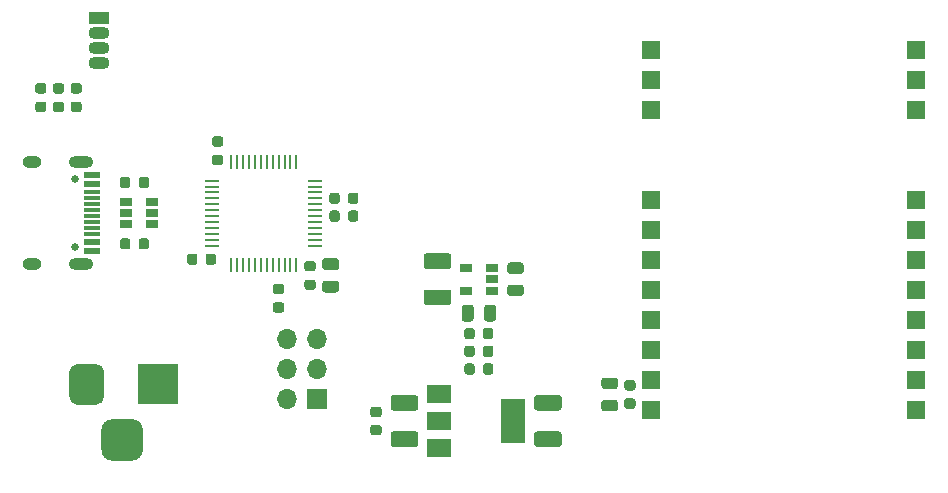
<source format=gbr>
G04 #@! TF.GenerationSoftware,KiCad,Pcbnew,5.1.8-db9833491~87~ubuntu20.04.1*
G04 #@! TF.CreationDate,2020-11-25T01:05:05+01:00*
G04 #@! TF.ProjectId,otto,6f74746f-2e6b-4696-9361-645f70636258,v1.0*
G04 #@! TF.SameCoordinates,Original*
G04 #@! TF.FileFunction,Soldermask,Top*
G04 #@! TF.FilePolarity,Negative*
%FSLAX46Y46*%
G04 Gerber Fmt 4.6, Leading zero omitted, Abs format (unit mm)*
G04 Created by KiCad (PCBNEW 5.1.8-db9833491~87~ubuntu20.04.1) date 2020-11-25 01:05:05*
%MOMM*%
%LPD*%
G01*
G04 APERTURE LIST*
%ADD10R,1.300000X0.250000*%
%ADD11R,0.250000X1.300000*%
%ADD12O,1.800000X1.070000*%
%ADD13R,1.800000X1.070000*%
%ADD14R,1.700000X1.700000*%
%ADD15O,1.700000X1.700000*%
%ADD16R,3.500000X3.500000*%
%ADD17R,2.000000X3.800000*%
%ADD18R,2.000000X1.500000*%
%ADD19O,1.600000X1.000000*%
%ADD20C,0.650000*%
%ADD21O,2.100000X1.000000*%
%ADD22R,1.450000X0.300000*%
%ADD23R,1.450000X0.600000*%
%ADD24R,1.060000X0.650000*%
%ADD25R,1.500000X1.500000*%
G04 APERTURE END LIST*
G36*
G01*
X171740000Y-129175000D02*
X172240000Y-129175000D01*
G75*
G02*
X172465000Y-129400000I0J-225000D01*
G01*
X172465000Y-129850000D01*
G75*
G02*
X172240000Y-130075000I-225000J0D01*
G01*
X171740000Y-130075000D01*
G75*
G02*
X171515000Y-129850000I0J225000D01*
G01*
X171515000Y-129400000D01*
G75*
G02*
X171740000Y-129175000I225000J0D01*
G01*
G37*
G36*
G01*
X171740000Y-127625000D02*
X172240000Y-127625000D01*
G75*
G02*
X172465000Y-127850000I0J-225000D01*
G01*
X172465000Y-128300000D01*
G75*
G02*
X172240000Y-128525000I-225000J0D01*
G01*
X171740000Y-128525000D01*
G75*
G02*
X171515000Y-128300000I0J225000D01*
G01*
X171515000Y-127850000D01*
G75*
G02*
X171740000Y-127625000I225000J0D01*
G01*
G37*
G36*
G01*
X160425000Y-123443750D02*
X160425000Y-123956250D01*
G75*
G02*
X160206250Y-124175000I-218750J0D01*
G01*
X159768750Y-124175000D01*
G75*
G02*
X159550000Y-123956250I0J218750D01*
G01*
X159550000Y-123443750D01*
G75*
G02*
X159768750Y-123225000I218750J0D01*
G01*
X160206250Y-123225000D01*
G75*
G02*
X160425000Y-123443750I0J-218750D01*
G01*
G37*
G36*
G01*
X158850000Y-123443750D02*
X158850000Y-123956250D01*
G75*
G02*
X158631250Y-124175000I-218750J0D01*
G01*
X158193750Y-124175000D01*
G75*
G02*
X157975000Y-123956250I0J218750D01*
G01*
X157975000Y-123443750D01*
G75*
G02*
X158193750Y-123225000I218750J0D01*
G01*
X158631250Y-123225000D01*
G75*
G02*
X158850000Y-123443750I0J-218750D01*
G01*
G37*
D10*
X145350000Y-116250000D03*
X145350000Y-115750000D03*
X145350000Y-115250000D03*
X145350000Y-114750000D03*
X145350000Y-114250000D03*
X145350000Y-113750000D03*
X145350000Y-113250000D03*
X145350000Y-112750000D03*
X145350000Y-112250000D03*
X145350000Y-111750000D03*
X145350000Y-111250000D03*
X145350000Y-110750000D03*
D11*
X143750000Y-109150000D03*
X143250000Y-109150000D03*
X142750000Y-109150000D03*
X142250000Y-109150000D03*
X141750000Y-109150000D03*
X141250000Y-109150000D03*
X140750000Y-109150000D03*
X140250000Y-109150000D03*
X139750000Y-109150000D03*
X139250000Y-109150000D03*
X138750000Y-109150000D03*
X138250000Y-109150000D03*
D10*
X136650000Y-110750000D03*
X136650000Y-111250000D03*
X136650000Y-111750000D03*
X136650000Y-112250000D03*
X136650000Y-112750000D03*
X136650000Y-113250000D03*
X136650000Y-113750000D03*
X136650000Y-114250000D03*
X136650000Y-114750000D03*
X136650000Y-115250000D03*
X136650000Y-115750000D03*
X136650000Y-116250000D03*
D11*
X138250000Y-117850000D03*
X138750000Y-117850000D03*
X139250000Y-117850000D03*
X139750000Y-117850000D03*
X140250000Y-117850000D03*
X140750000Y-117850000D03*
X141250000Y-117850000D03*
X141750000Y-117850000D03*
X142250000Y-117850000D03*
X142750000Y-117850000D03*
X143250000Y-117850000D03*
X143750000Y-117850000D03*
G36*
G01*
X131275000Y-110643750D02*
X131275000Y-111156250D01*
G75*
G02*
X131056250Y-111375000I-218750J0D01*
G01*
X130618750Y-111375000D01*
G75*
G02*
X130400000Y-111156250I0J218750D01*
G01*
X130400000Y-110643750D01*
G75*
G02*
X130618750Y-110425000I218750J0D01*
G01*
X131056250Y-110425000D01*
G75*
G02*
X131275000Y-110643750I0J-218750D01*
G01*
G37*
G36*
G01*
X129700000Y-110643750D02*
X129700000Y-111156250D01*
G75*
G02*
X129481250Y-111375000I-218750J0D01*
G01*
X129043750Y-111375000D01*
G75*
G02*
X128825000Y-111156250I0J218750D01*
G01*
X128825000Y-110643750D01*
G75*
G02*
X129043750Y-110425000I218750J0D01*
G01*
X129481250Y-110425000D01*
G75*
G02*
X129700000Y-110643750I0J-218750D01*
G01*
G37*
G36*
G01*
X135370000Y-117153750D02*
X135370000Y-117666250D01*
G75*
G02*
X135151250Y-117885000I-218750J0D01*
G01*
X134713750Y-117885000D01*
G75*
G02*
X134495000Y-117666250I0J218750D01*
G01*
X134495000Y-117153750D01*
G75*
G02*
X134713750Y-116935000I218750J0D01*
G01*
X135151250Y-116935000D01*
G75*
G02*
X135370000Y-117153750I0J-218750D01*
G01*
G37*
G36*
G01*
X136945000Y-117153750D02*
X136945000Y-117666250D01*
G75*
G02*
X136726250Y-117885000I-218750J0D01*
G01*
X136288750Y-117885000D01*
G75*
G02*
X136070000Y-117666250I0J218750D01*
G01*
X136070000Y-117153750D01*
G75*
G02*
X136288750Y-116935000I218750J0D01*
G01*
X136726250Y-116935000D01*
G75*
G02*
X136945000Y-117153750I0J-218750D01*
G01*
G37*
G36*
G01*
X144653750Y-117545000D02*
X145166250Y-117545000D01*
G75*
G02*
X145385000Y-117763750I0J-218750D01*
G01*
X145385000Y-118201250D01*
G75*
G02*
X145166250Y-118420000I-218750J0D01*
G01*
X144653750Y-118420000D01*
G75*
G02*
X144435000Y-118201250I0J218750D01*
G01*
X144435000Y-117763750D01*
G75*
G02*
X144653750Y-117545000I218750J0D01*
G01*
G37*
G36*
G01*
X144653750Y-119120000D02*
X145166250Y-119120000D01*
G75*
G02*
X145385000Y-119338750I0J-218750D01*
G01*
X145385000Y-119776250D01*
G75*
G02*
X145166250Y-119995000I-218750J0D01*
G01*
X144653750Y-119995000D01*
G75*
G02*
X144435000Y-119776250I0J218750D01*
G01*
X144435000Y-119338750D01*
G75*
G02*
X144653750Y-119120000I218750J0D01*
G01*
G37*
G36*
G01*
X137336250Y-107870000D02*
X136823750Y-107870000D01*
G75*
G02*
X136605000Y-107651250I0J218750D01*
G01*
X136605000Y-107213750D01*
G75*
G02*
X136823750Y-106995000I218750J0D01*
G01*
X137336250Y-106995000D01*
G75*
G02*
X137555000Y-107213750I0J-218750D01*
G01*
X137555000Y-107651250D01*
G75*
G02*
X137336250Y-107870000I-218750J0D01*
G01*
G37*
G36*
G01*
X137336250Y-109445000D02*
X136823750Y-109445000D01*
G75*
G02*
X136605000Y-109226250I0J218750D01*
G01*
X136605000Y-108788750D01*
G75*
G02*
X136823750Y-108570000I218750J0D01*
G01*
X137336250Y-108570000D01*
G75*
G02*
X137555000Y-108788750I0J-218750D01*
G01*
X137555000Y-109226250D01*
G75*
G02*
X137336250Y-109445000I-218750J0D01*
G01*
G37*
G36*
G01*
X146545000Y-112496250D02*
X146545000Y-111983750D01*
G75*
G02*
X146763750Y-111765000I218750J0D01*
G01*
X147201250Y-111765000D01*
G75*
G02*
X147420000Y-111983750I0J-218750D01*
G01*
X147420000Y-112496250D01*
G75*
G02*
X147201250Y-112715000I-218750J0D01*
G01*
X146763750Y-112715000D01*
G75*
G02*
X146545000Y-112496250I0J218750D01*
G01*
G37*
G36*
G01*
X148120000Y-112496250D02*
X148120000Y-111983750D01*
G75*
G02*
X148338750Y-111765000I218750J0D01*
G01*
X148776250Y-111765000D01*
G75*
G02*
X148995000Y-111983750I0J-218750D01*
G01*
X148995000Y-112496250D01*
G75*
G02*
X148776250Y-112715000I-218750J0D01*
G01*
X148338750Y-112715000D01*
G75*
G02*
X148120000Y-112496250I0J218750D01*
G01*
G37*
G36*
G01*
X146545000Y-114006250D02*
X146545000Y-113493750D01*
G75*
G02*
X146763750Y-113275000I218750J0D01*
G01*
X147201250Y-113275000D01*
G75*
G02*
X147420000Y-113493750I0J-218750D01*
G01*
X147420000Y-114006250D01*
G75*
G02*
X147201250Y-114225000I-218750J0D01*
G01*
X146763750Y-114225000D01*
G75*
G02*
X146545000Y-114006250I0J218750D01*
G01*
G37*
G36*
G01*
X148120000Y-114006250D02*
X148120000Y-113493750D01*
G75*
G02*
X148338750Y-113275000I218750J0D01*
G01*
X148776250Y-113275000D01*
G75*
G02*
X148995000Y-113493750I0J-218750D01*
G01*
X148995000Y-114006250D01*
G75*
G02*
X148776250Y-114225000I-218750J0D01*
G01*
X148338750Y-114225000D01*
G75*
G02*
X148120000Y-114006250I0J218750D01*
G01*
G37*
G36*
G01*
X129700000Y-115843750D02*
X129700000Y-116356250D01*
G75*
G02*
X129481250Y-116575000I-218750J0D01*
G01*
X129043750Y-116575000D01*
G75*
G02*
X128825000Y-116356250I0J218750D01*
G01*
X128825000Y-115843750D01*
G75*
G02*
X129043750Y-115625000I218750J0D01*
G01*
X129481250Y-115625000D01*
G75*
G02*
X129700000Y-115843750I0J-218750D01*
G01*
G37*
G36*
G01*
X131275000Y-115843750D02*
X131275000Y-116356250D01*
G75*
G02*
X131056250Y-116575000I-218750J0D01*
G01*
X130618750Y-116575000D01*
G75*
G02*
X130400000Y-116356250I0J218750D01*
G01*
X130400000Y-115843750D01*
G75*
G02*
X130618750Y-115625000I218750J0D01*
G01*
X131056250Y-115625000D01*
G75*
G02*
X131275000Y-115843750I0J-218750D01*
G01*
G37*
G36*
G01*
X141983750Y-119475000D02*
X142496250Y-119475000D01*
G75*
G02*
X142715000Y-119693750I0J-218750D01*
G01*
X142715000Y-120131250D01*
G75*
G02*
X142496250Y-120350000I-218750J0D01*
G01*
X141983750Y-120350000D01*
G75*
G02*
X141765000Y-120131250I0J218750D01*
G01*
X141765000Y-119693750D01*
G75*
G02*
X141983750Y-119475000I218750J0D01*
G01*
G37*
G36*
G01*
X141983750Y-121050000D02*
X142496250Y-121050000D01*
G75*
G02*
X142715000Y-121268750I0J-218750D01*
G01*
X142715000Y-121706250D01*
G75*
G02*
X142496250Y-121925000I-218750J0D01*
G01*
X141983750Y-121925000D01*
G75*
G02*
X141765000Y-121706250I0J218750D01*
G01*
X141765000Y-121268750D01*
G75*
G02*
X141983750Y-121050000I218750J0D01*
G01*
G37*
G36*
G01*
X122366250Y-104945000D02*
X121853750Y-104945000D01*
G75*
G02*
X121635000Y-104726250I0J218750D01*
G01*
X121635000Y-104288750D01*
G75*
G02*
X121853750Y-104070000I218750J0D01*
G01*
X122366250Y-104070000D01*
G75*
G02*
X122585000Y-104288750I0J-218750D01*
G01*
X122585000Y-104726250D01*
G75*
G02*
X122366250Y-104945000I-218750J0D01*
G01*
G37*
G36*
G01*
X122366250Y-103370000D02*
X121853750Y-103370000D01*
G75*
G02*
X121635000Y-103151250I0J218750D01*
G01*
X121635000Y-102713750D01*
G75*
G02*
X121853750Y-102495000I218750J0D01*
G01*
X122366250Y-102495000D01*
G75*
G02*
X122585000Y-102713750I0J-218750D01*
G01*
X122585000Y-103151250D01*
G75*
G02*
X122366250Y-103370000I-218750J0D01*
G01*
G37*
G36*
G01*
X123866250Y-103370000D02*
X123353750Y-103370000D01*
G75*
G02*
X123135000Y-103151250I0J218750D01*
G01*
X123135000Y-102713750D01*
G75*
G02*
X123353750Y-102495000I218750J0D01*
G01*
X123866250Y-102495000D01*
G75*
G02*
X124085000Y-102713750I0J-218750D01*
G01*
X124085000Y-103151250D01*
G75*
G02*
X123866250Y-103370000I-218750J0D01*
G01*
G37*
G36*
G01*
X123866250Y-104945000D02*
X123353750Y-104945000D01*
G75*
G02*
X123135000Y-104726250I0J218750D01*
G01*
X123135000Y-104288750D01*
G75*
G02*
X123353750Y-104070000I218750J0D01*
G01*
X123866250Y-104070000D01*
G75*
G02*
X124085000Y-104288750I0J-218750D01*
G01*
X124085000Y-104726250D01*
G75*
G02*
X123866250Y-104945000I-218750J0D01*
G01*
G37*
G36*
G01*
X125366250Y-104945000D02*
X124853750Y-104945000D01*
G75*
G02*
X124635000Y-104726250I0J218750D01*
G01*
X124635000Y-104288750D01*
G75*
G02*
X124853750Y-104070000I218750J0D01*
G01*
X125366250Y-104070000D01*
G75*
G02*
X125585000Y-104288750I0J-218750D01*
G01*
X125585000Y-104726250D01*
G75*
G02*
X125366250Y-104945000I-218750J0D01*
G01*
G37*
G36*
G01*
X125366250Y-103370000D02*
X124853750Y-103370000D01*
G75*
G02*
X124635000Y-103151250I0J218750D01*
G01*
X124635000Y-102713750D01*
G75*
G02*
X124853750Y-102495000I218750J0D01*
G01*
X125366250Y-102495000D01*
G75*
G02*
X125585000Y-102713750I0J-218750D01*
G01*
X125585000Y-103151250D01*
G75*
G02*
X125366250Y-103370000I-218750J0D01*
G01*
G37*
G36*
G01*
X158850000Y-126443750D02*
X158850000Y-126956250D01*
G75*
G02*
X158631250Y-127175000I-218750J0D01*
G01*
X158193750Y-127175000D01*
G75*
G02*
X157975000Y-126956250I0J218750D01*
G01*
X157975000Y-126443750D01*
G75*
G02*
X158193750Y-126225000I218750J0D01*
G01*
X158631250Y-126225000D01*
G75*
G02*
X158850000Y-126443750I0J-218750D01*
G01*
G37*
G36*
G01*
X160425000Y-126443750D02*
X160425000Y-126956250D01*
G75*
G02*
X160206250Y-127175000I-218750J0D01*
G01*
X159768750Y-127175000D01*
G75*
G02*
X159550000Y-126956250I0J218750D01*
G01*
X159550000Y-126443750D01*
G75*
G02*
X159768750Y-126225000I218750J0D01*
G01*
X160206250Y-126225000D01*
G75*
G02*
X160425000Y-126443750I0J-218750D01*
G01*
G37*
D12*
X127000000Y-100810000D03*
X127000000Y-99540000D03*
X127000000Y-98270000D03*
D13*
X127000000Y-97000000D03*
G36*
G01*
X157975000Y-125456250D02*
X157975000Y-124943750D01*
G75*
G02*
X158193750Y-124725000I218750J0D01*
G01*
X158631250Y-124725000D01*
G75*
G02*
X158850000Y-124943750I0J-218750D01*
G01*
X158850000Y-125456250D01*
G75*
G02*
X158631250Y-125675000I-218750J0D01*
G01*
X158193750Y-125675000D01*
G75*
G02*
X157975000Y-125456250I0J218750D01*
G01*
G37*
G36*
G01*
X159550000Y-125456250D02*
X159550000Y-124943750D01*
G75*
G02*
X159768750Y-124725000I218750J0D01*
G01*
X160206250Y-124725000D01*
G75*
G02*
X160425000Y-124943750I0J-218750D01*
G01*
X160425000Y-125456250D01*
G75*
G02*
X160206250Y-125675000I-218750J0D01*
G01*
X159768750Y-125675000D01*
G75*
G02*
X159550000Y-125456250I0J218750D01*
G01*
G37*
D14*
X145500000Y-129225000D03*
D15*
X142960000Y-129225000D03*
X145500000Y-126685000D03*
X142960000Y-126685000D03*
X145500000Y-124145000D03*
X142960000Y-124145000D03*
G36*
G01*
X156625001Y-121300000D02*
X154774999Y-121300000D01*
G75*
G02*
X154525000Y-121050001I0J249999D01*
G01*
X154525000Y-120224999D01*
G75*
G02*
X154774999Y-119975000I249999J0D01*
G01*
X156625001Y-119975000D01*
G75*
G02*
X156875000Y-120224999I0J-249999D01*
G01*
X156875000Y-121050001D01*
G75*
G02*
X156625001Y-121300000I-249999J0D01*
G01*
G37*
G36*
G01*
X156625001Y-118225000D02*
X154774999Y-118225000D01*
G75*
G02*
X154525000Y-117975001I0J249999D01*
G01*
X154525000Y-117149999D01*
G75*
G02*
X154774999Y-116900000I249999J0D01*
G01*
X156625001Y-116900000D01*
G75*
G02*
X156875000Y-117149999I0J-249999D01*
G01*
X156875000Y-117975001D01*
G75*
G02*
X156625001Y-118225000I-249999J0D01*
G01*
G37*
D16*
X132000000Y-128000000D03*
G36*
G01*
X124500000Y-129000000D02*
X124500000Y-127000000D01*
G75*
G02*
X125250000Y-126250000I750000J0D01*
G01*
X126750000Y-126250000D01*
G75*
G02*
X127500000Y-127000000I0J-750000D01*
G01*
X127500000Y-129000000D01*
G75*
G02*
X126750000Y-129750000I-750000J0D01*
G01*
X125250000Y-129750000D01*
G75*
G02*
X124500000Y-129000000I0J750000D01*
G01*
G37*
G36*
G01*
X127250000Y-133575000D02*
X127250000Y-131825000D01*
G75*
G02*
X128125000Y-130950000I875000J0D01*
G01*
X129875000Y-130950000D01*
G75*
G02*
X130750000Y-131825000I0J-875000D01*
G01*
X130750000Y-133575000D01*
G75*
G02*
X129875000Y-134450000I-875000J0D01*
G01*
X128125000Y-134450000D01*
G75*
G02*
X127250000Y-133575000I0J875000D01*
G01*
G37*
D17*
X162120000Y-131100000D03*
D18*
X155820000Y-131100000D03*
X155820000Y-133400000D03*
X155820000Y-128800000D03*
G36*
G01*
X151974999Y-131975000D02*
X153825001Y-131975000D01*
G75*
G02*
X154075000Y-132224999I0J-249999D01*
G01*
X154075000Y-133050001D01*
G75*
G02*
X153825001Y-133300000I-249999J0D01*
G01*
X151974999Y-133300000D01*
G75*
G02*
X151725000Y-133050001I0J249999D01*
G01*
X151725000Y-132224999D01*
G75*
G02*
X151974999Y-131975000I249999J0D01*
G01*
G37*
G36*
G01*
X151974999Y-128900000D02*
X153825001Y-128900000D01*
G75*
G02*
X154075000Y-129149999I0J-249999D01*
G01*
X154075000Y-129975001D01*
G75*
G02*
X153825001Y-130225000I-249999J0D01*
G01*
X151974999Y-130225000D01*
G75*
G02*
X151725000Y-129975001I0J249999D01*
G01*
X151725000Y-129149999D01*
G75*
G02*
X151974999Y-128900000I249999J0D01*
G01*
G37*
G36*
G01*
X164124999Y-128900000D02*
X165975001Y-128900000D01*
G75*
G02*
X166225000Y-129149999I0J-249999D01*
G01*
X166225000Y-129975001D01*
G75*
G02*
X165975001Y-130225000I-249999J0D01*
G01*
X164124999Y-130225000D01*
G75*
G02*
X163875000Y-129975001I0J249999D01*
G01*
X163875000Y-129149999D01*
G75*
G02*
X164124999Y-128900000I249999J0D01*
G01*
G37*
G36*
G01*
X164124999Y-131975000D02*
X165975001Y-131975000D01*
G75*
G02*
X166225000Y-132224999I0J-249999D01*
G01*
X166225000Y-133050001D01*
G75*
G02*
X165975001Y-133300000I-249999J0D01*
G01*
X164124999Y-133300000D01*
G75*
G02*
X163875000Y-133050001I0J249999D01*
G01*
X163875000Y-132224999D01*
G75*
G02*
X164124999Y-131975000I249999J0D01*
G01*
G37*
G36*
G01*
X169823750Y-127425000D02*
X170736250Y-127425000D01*
G75*
G02*
X170980000Y-127668750I0J-243750D01*
G01*
X170980000Y-128156250D01*
G75*
G02*
X170736250Y-128400000I-243750J0D01*
G01*
X169823750Y-128400000D01*
G75*
G02*
X169580000Y-128156250I0J243750D01*
G01*
X169580000Y-127668750D01*
G75*
G02*
X169823750Y-127425000I243750J0D01*
G01*
G37*
G36*
G01*
X169823750Y-129300000D02*
X170736250Y-129300000D01*
G75*
G02*
X170980000Y-129543750I0J-243750D01*
G01*
X170980000Y-130031250D01*
G75*
G02*
X170736250Y-130275000I-243750J0D01*
G01*
X169823750Y-130275000D01*
G75*
G02*
X169580000Y-130031250I0J243750D01*
G01*
X169580000Y-129543750D01*
G75*
G02*
X169823750Y-129300000I243750J0D01*
G01*
G37*
G36*
G01*
X162756250Y-120525000D02*
X161843750Y-120525000D01*
G75*
G02*
X161600000Y-120281250I0J243750D01*
G01*
X161600000Y-119793750D01*
G75*
G02*
X161843750Y-119550000I243750J0D01*
G01*
X162756250Y-119550000D01*
G75*
G02*
X163000000Y-119793750I0J-243750D01*
G01*
X163000000Y-120281250D01*
G75*
G02*
X162756250Y-120525000I-243750J0D01*
G01*
G37*
G36*
G01*
X162756250Y-118650000D02*
X161843750Y-118650000D01*
G75*
G02*
X161600000Y-118406250I0J243750D01*
G01*
X161600000Y-117918750D01*
G75*
G02*
X161843750Y-117675000I243750J0D01*
G01*
X162756250Y-117675000D01*
G75*
G02*
X163000000Y-117918750I0J-243750D01*
G01*
X163000000Y-118406250D01*
G75*
G02*
X162756250Y-118650000I-243750J0D01*
G01*
G37*
G36*
G01*
X160650000Y-121485000D02*
X160650000Y-122435000D01*
G75*
G02*
X160400000Y-122685000I-250000J0D01*
G01*
X159900000Y-122685000D01*
G75*
G02*
X159650000Y-122435000I0J250000D01*
G01*
X159650000Y-121485000D01*
G75*
G02*
X159900000Y-121235000I250000J0D01*
G01*
X160400000Y-121235000D01*
G75*
G02*
X160650000Y-121485000I0J-250000D01*
G01*
G37*
G36*
G01*
X158750000Y-121485000D02*
X158750000Y-122435000D01*
G75*
G02*
X158500000Y-122685000I-250000J0D01*
G01*
X158000000Y-122685000D01*
G75*
G02*
X157750000Y-122435000I0J250000D01*
G01*
X157750000Y-121485000D01*
G75*
G02*
X158000000Y-121235000I250000J0D01*
G01*
X158500000Y-121235000D01*
G75*
G02*
X158750000Y-121485000I0J-250000D01*
G01*
G37*
D19*
X121370000Y-117810000D03*
D20*
X125020000Y-116380000D03*
D19*
X121370000Y-109170000D03*
D20*
X125020000Y-110600000D03*
D21*
X125550000Y-109170000D03*
X125550000Y-117810000D03*
D22*
X126465000Y-113240000D03*
X126465000Y-115240000D03*
X126465000Y-114740000D03*
X126465000Y-114240000D03*
X126465000Y-113740000D03*
X126465000Y-112740000D03*
X126465000Y-112240000D03*
X126465000Y-111740000D03*
D23*
X126465000Y-116740000D03*
X126465000Y-115940000D03*
X126465000Y-111040000D03*
X126465000Y-110240000D03*
X126465000Y-110240000D03*
X126465000Y-111040000D03*
X126465000Y-115940000D03*
X126465000Y-116740000D03*
D24*
X131560000Y-114450000D03*
X131560000Y-113500000D03*
X131560000Y-112550000D03*
X129360000Y-112550000D03*
X129360000Y-114450000D03*
X129360000Y-113500000D03*
D25*
X196250000Y-119980000D03*
X196250000Y-122520000D03*
X196250000Y-125060000D03*
X196250000Y-127600000D03*
X196250000Y-130140000D03*
X173750000Y-130140000D03*
X173750000Y-127600000D03*
X173750000Y-125060000D03*
X173750000Y-122520000D03*
X173750000Y-119980000D03*
X173750000Y-117440000D03*
X173750000Y-114900000D03*
X173750000Y-112360000D03*
X173750000Y-104760000D03*
X173750000Y-102220000D03*
X173750000Y-99680000D03*
X196250000Y-117440000D03*
X196250000Y-114900000D03*
X196250000Y-112360000D03*
X196250000Y-104790000D03*
X196250000Y-102250000D03*
X196250000Y-99710000D03*
D24*
X160350000Y-120050000D03*
X160350000Y-119100000D03*
X160350000Y-118150000D03*
X158150000Y-118150000D03*
X158150000Y-120050000D03*
G36*
G01*
X150740000Y-132325000D02*
X150240000Y-132325000D01*
G75*
G02*
X150015000Y-132100000I0J225000D01*
G01*
X150015000Y-131650000D01*
G75*
G02*
X150240000Y-131425000I225000J0D01*
G01*
X150740000Y-131425000D01*
G75*
G02*
X150965000Y-131650000I0J-225000D01*
G01*
X150965000Y-132100000D01*
G75*
G02*
X150740000Y-132325000I-225000J0D01*
G01*
G37*
G36*
G01*
X150740000Y-130775000D02*
X150240000Y-130775000D01*
G75*
G02*
X150015000Y-130550000I0J225000D01*
G01*
X150015000Y-130100000D01*
G75*
G02*
X150240000Y-129875000I225000J0D01*
G01*
X150740000Y-129875000D01*
G75*
G02*
X150965000Y-130100000I0J-225000D01*
G01*
X150965000Y-130550000D01*
G75*
G02*
X150740000Y-130775000I-225000J0D01*
G01*
G37*
G36*
G01*
X146175000Y-117320000D02*
X147125000Y-117320000D01*
G75*
G02*
X147375000Y-117570000I0J-250000D01*
G01*
X147375000Y-118070000D01*
G75*
G02*
X147125000Y-118320000I-250000J0D01*
G01*
X146175000Y-118320000D01*
G75*
G02*
X145925000Y-118070000I0J250000D01*
G01*
X145925000Y-117570000D01*
G75*
G02*
X146175000Y-117320000I250000J0D01*
G01*
G37*
G36*
G01*
X146175000Y-119220000D02*
X147125000Y-119220000D01*
G75*
G02*
X147375000Y-119470000I0J-250000D01*
G01*
X147375000Y-119970000D01*
G75*
G02*
X147125000Y-120220000I-250000J0D01*
G01*
X146175000Y-120220000D01*
G75*
G02*
X145925000Y-119970000I0J250000D01*
G01*
X145925000Y-119470000D01*
G75*
G02*
X146175000Y-119220000I250000J0D01*
G01*
G37*
M02*

</source>
